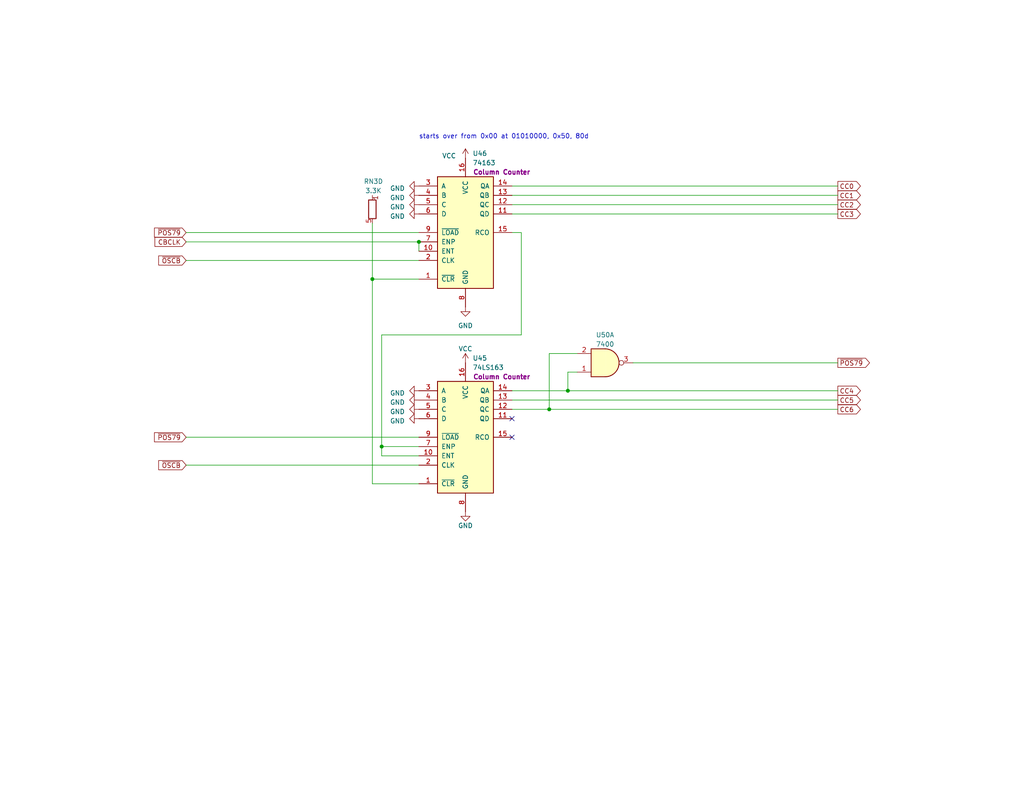
<source format=kicad_sch>
(kicad_sch (version 20230121) (generator eeschema)
  (paper "USLetter")
  (lib_symbols
    (symbol "74xx:74LS00" (pin_names (offset 1.016))
      (property "Reference" "U" (at 0 1.27 0))
      (property "Value" "74LS00" (at 0 -1.27 0))
      (symbol "74LS00_1_1"
        (arc (start 0 -3.81) (mid 3.7934 0) (end 0 3.81) (stroke (width 0.254)) (fill (type background)))
        (polyline (pts (xy 0 3.81) (xy -3.81 3.81) (xy -3.81 -3.81) (xy 0 -3.81)) (stroke (width 0.254)) (fill (type background)))
        (pin input line (at -7.62 2.54 0) (length 3.81) (name "~") (number "1"))
        (pin input line (at -7.62 -2.54 0) (length 3.81) (name "~") (number "2"))
        (pin output inverted (at 7.62 0 180) (length 3.81) (name "~") (number "3"))
      )
      (symbol "74LS00_1_2"
        (arc (start -3.81 -3.81) (mid -2.589 0) (end -3.81 3.81) (stroke (width 0.254)))
        (arc (start -0.6096 -3.81) (mid 2.1855 -2.584) (end 3.81 0) (stroke (width 0.254)) (fill (type background)))
        (polyline (pts (xy -3.81 -3.81) (xy -0.635 -3.81)) (stroke (width 0.254)) (fill (type background)))
        (polyline (pts (xy -3.81 3.81) (xy -0.635 3.81)) (stroke (width 0.254)) (fill (type background)))
        (polyline (pts (xy -0.635 3.81) (xy -3.81 3.81) (xy -3.81 3.81) (xy -3.556 3.4036) (xy -3.0226 2.2606) (xy -2.6924 1.0414) (xy -2.6162 -0.254) (xy -2.7686 -1.4986) (xy -3.175 -2.7178) (xy -3.81 -3.81) (xy -3.81 -3.81) (xy -0.635 -3.81)) (stroke (width -25.4)) (fill (type background)))
        (arc (start 3.81 0) (mid 2.1928 2.5925) (end -0.6096 3.81) (stroke (width 0.254)) (fill (type background)))
        (pin input inverted (at -7.62 2.54 0) (length 4.318) (name "~") (number "1"))
        (pin input inverted (at -7.62 -2.54 0) (length 4.318) (name "~") (number "2"))
        (pin output line (at 7.62 0 180) (length 3.81) (name "~") (number "3"))
      )
      (symbol "74LS00_2_1"
        (arc (start 0 -3.81) (mid 3.7934 0) (end 0 3.81) (stroke (width 0.254)) (fill (type background)))
        (polyline (pts (xy 0 3.81) (xy -3.81 3.81) (xy -3.81 -3.81) (xy 0 -3.81)) (stroke (width 0.254)) (fill (type background)))
        (pin input line (at -7.62 2.54 0) (length 3.81) (name "~") (number "4"))
        (pin input line (at -7.62 -2.54 0) (length 3.81) (name "~") (number "5"))
        (pin output inverted (at 7.62 0 180) (length 3.81) (name "~") (number "6"))
      )
      (symbol "74LS00_2_2"
        (arc (start -3.81 -3.81) (mid -2.589 0) (end -3.81 3.81) (stroke (width 0.254)))
        (arc (start -0.6096 -3.81) (mid 2.1855 -2.584) (end 3.81 0) (stroke (width 0.254)) (fill (type background)))
        (polyline (pts (xy -3.81 -3.81) (xy -0.635 -3.81)) (stroke (width 0.254)) (fill (type background)))
        (polyline (pts (xy -3.81 3.81) (xy -0.635 3.81)) (stroke (width 0.254)) (fill (type background)))
        (polyline (pts (xy -0.635 3.81) (xy -3.81 3.81) (xy -3.81 3.81) (xy -3.556 3.4036) (xy -3.0226 2.2606) (xy -2.6924 1.0414) (xy -2.6162 -0.254) (xy -2.7686 -1.4986) (xy -3.175 -2.7178) (xy -3.81 -3.81) (xy -3.81 -3.81) (xy -0.635 -3.81)) (stroke (width -25.4)) (fill (type background)))
        (arc (start 3.81 0) (mid 2.1928 2.5925) (end -0.6096 3.81) (stroke (width 0.254)) (fill (type background)))
        (pin input inverted (at -7.62 2.54 0) (length 4.318) (name "~") (number "4"))
        (pin input inverted (at -7.62 -2.54 0) (length 4.318) (name "~") (number "5"))
        (pin output line (at 7.62 0 180) (length 3.81) (name "~") (number "6"))
      )
      (symbol "74LS00_3_1"
        (arc (start 0 -3.81) (mid 3.7934 0) (end 0 3.81) (stroke (width 0.254)) (fill (type background)))
        (polyline (pts (xy 0 3.81) (xy -3.81 3.81) (xy -3.81 -3.81) (xy 0 -3.81)) (stroke (width 0.254)) (fill (type background)))
        (pin input line (at -7.62 -2.54 0) (length 3.81) (name "~") (number "10"))
        (pin output inverted (at 7.62 0 180) (length 3.81) (name "~") (number "8"))
        (pin input line (at -7.62 2.54 0) (length 3.81) (name "~") (number "9"))
      )
      (symbol "74LS00_3_2"
        (arc (start -3.81 -3.81) (mid -2.589 0) (end -3.81 3.81) (stroke (width 0.254)))
        (arc (start -0.6096 -3.81) (mid 2.1855 -2.584) (end 3.81 0) (stroke (width 0.254)) (fill (type background)))
        (polyline (pts (xy -3.81 -3.81) (xy -0.635 -3.81)) (stroke (width 0.254)) (fill (type background)))
        (polyline (pts (xy -3.81 3.81) (xy -0.635 3.81)) (stroke (width 0.254)) (fill (type background)))
        (polyline (pts (xy -0.635 3.81) (xy -3.81 3.81) (xy -3.81 3.81) (xy -3.556 3.4036) (xy -3.0226 2.2606) (xy -2.6924 1.0414) (xy -2.6162 -0.254) (xy -2.7686 -1.4986) (xy -3.175 -2.7178) (xy -3.81 -3.81) (xy -3.81 -3.81) (xy -0.635 -3.81)) (stroke (width -25.4)) (fill (type background)))
        (arc (start 3.81 0) (mid 2.1928 2.5925) (end -0.6096 3.81) (stroke (width 0.254)) (fill (type background)))
        (pin input inverted (at -7.62 -2.54 0) (length 4.318) (name "~") (number "10"))
        (pin output line (at 7.62 0 180) (length 3.81) (name "~") (number "8"))
        (pin input inverted (at -7.62 2.54 0) (length 4.318) (name "~") (number "9"))
      )
      (symbol "74LS00_4_1"
        (arc (start 0 -3.81) (mid 3.7934 0) (end 0 3.81) (stroke (width 0.254)) (fill (type background)))
        (polyline (pts (xy 0 3.81) (xy -3.81 3.81) (xy -3.81 -3.81) (xy 0 -3.81)) (stroke (width 0.254)) (fill (type background)))
        (pin output inverted (at 7.62 0 180) (length 3.81) (name "~") (number "11"))
        (pin input line (at -7.62 2.54 0) (length 3.81) (name "~") (number "12"))
        (pin input line (at -7.62 -2.54 0) (length 3.81) (name "~") (number "13"))
      )
      (symbol "74LS00_4_2"
        (arc (start -3.81 -3.81) (mid -2.589 0) (end -3.81 3.81) (stroke (width 0.254)))
        (arc (start -0.6096 -3.81) (mid 2.1855 -2.584) (end 3.81 0) (stroke (width 0.254)) (fill (type background)))
        (polyline (pts (xy -3.81 -3.81) (xy -0.635 -3.81)) (stroke (width 0.254)) (fill (type background)))
        (polyline (pts (xy -3.81 3.81) (xy -0.635 3.81)) (stroke (width 0.254)) (fill (type background)))
        (polyline (pts (xy -0.635 3.81) (xy -3.81 3.81) (xy -3.81 3.81) (xy -3.556 3.4036) (xy -3.0226 2.2606) (xy -2.6924 1.0414) (xy -2.6162 -0.254) (xy -2.7686 -1.4986) (xy -3.175 -2.7178) (xy -3.81 -3.81) (xy -3.81 -3.81) (xy -0.635 -3.81)) (stroke (width -25.4)) (fill (type background)))
        (arc (start 3.81 0) (mid 2.1928 2.5925) (end -0.6096 3.81) (stroke (width 0.254)) (fill (type background)))
        (pin output line (at 7.62 0 180) (length 3.81) (name "~") (number "11"))
        (pin input inverted (at -7.62 2.54 0) (length 4.318) (name "~") (number "12"))
        (pin input inverted (at -7.62 -2.54 0) (length 4.318) (name "~") (number "13"))
      )
      (symbol "74LS00_5_0"
        (pin power_in line (at 0 12.7 270) (length 5.08) (name "VCC") (number "14"))
        (pin power_in line (at 0 -12.7 90) (length 5.08) (name "GND") (number "7"))
      )
      (symbol "74LS00_5_1"
        (rectangle (start -5.08 7.62) (end 5.08 -7.62) (stroke (width 0.254)) (fill (type background)))
      )
    )
    (symbol "Device:R_Network09_Split" (pin_names (offset 0) hide)
      (property "Reference" "RN" (at 2.032 0 90))
      (property "Value" "R_Network09_Split" (at 0 0 90))
      (symbol "R_Network09_Split_0_1"
        (rectangle (start 1.016 2.54) (end -1.016 -2.54) (stroke (width 0.254)))
      )
      (symbol "R_Network09_Split_1_1"
        (pin passive line (at 0 3.81 270) (length 1.27) (name "R1.1") (number "1"))
        (pin passive line (at 0 -3.81 90) (length 1.27) (name "R1.2") (number "2"))
      )
      (symbol "R_Network09_Split_2_1"
        (polyline (pts (xy 0 2.54) (xy 0 3.81)))
        (text "1" (at 0.889 3.175 900) (effects (font (size 1.27 1.27))))
        (pin passive line (at 0 -3.81 90) (length 1.27) (name "R2.2") (number "3"))
      )
      (symbol "R_Network09_Split_3_1"
        (polyline (pts (xy 0 2.54) (xy 0 3.81)))
        (text "1" (at 0.889 3.175 900) (effects (font (size 1.27 1.27))))
        (pin passive line (at 0 -3.81 90) (length 1.27) (name "R3.2") (number "4"))
      )
      (symbol "R_Network09_Split_4_1"
        (polyline (pts (xy 0 2.54) (xy 0 3.81)))
        (text "1" (at 0.889 3.175 900) (effects (font (size 1.27 1.27))))
        (pin passive line (at 0 -3.81 90) (length 1.27) (name "R4.2") (number "5"))
      )
      (symbol "R_Network09_Split_5_1"
        (polyline (pts (xy 0 2.54) (xy 0 3.81)))
        (text "1" (at 0.889 3.175 900) (effects (font (size 1.27 1.27))))
        (pin passive line (at 0 -3.81 90) (length 1.27) (name "R5.2") (number "6"))
      )
      (symbol "R_Network09_Split_6_1"
        (polyline (pts (xy 0 2.54) (xy 0 3.81)))
        (text "1" (at 0.889 3.175 900) (effects (font (size 1.27 1.27))))
        (pin passive line (at 0 -3.81 90) (length 1.27) (name "R6.2") (number "7"))
      )
      (symbol "R_Network09_Split_7_1"
        (polyline (pts (xy 0 2.54) (xy 0 3.81)))
        (text "1" (at 0.889 3.175 900) (effects (font (size 1.27 1.27))))
        (pin passive line (at 0 -3.81 90) (length 1.27) (name "R7.2") (number "8"))
      )
      (symbol "R_Network09_Split_8_1"
        (polyline (pts (xy 0 2.54) (xy 0 3.81)))
        (text "1" (at 0.889 3.175 900) (effects (font (size 1.27 1.27))))
        (pin passive line (at 0 -3.81 90) (length 1.27) (name "R8.2") (number "9"))
      )
      (symbol "R_Network09_Split_9_1"
        (polyline (pts (xy 0 2.54) (xy 0 3.81)))
        (text "1" (at 0.889 3.175 900) (effects (font (size 1.27 1.27))))
        (pin passive line (at 0 -3.81 90) (length 1.27) (name "R9.2") (number "10"))
      )
    )
    (symbol "ambassador:74163" (pin_names (offset 1.016))
      (property "Reference" "U" (at -7.62 16.51 0))
      (property "Value" "74163" (at -7.62 -16.51 0))
      (symbol "74163_1_0"
        (pin input line (at -12.7 -12.7 0) (length 5.08) (name "~{CLR}") (number "1"))
        (pin input line (at -12.7 -5.08 0) (length 5.08) (name "ENT") (number "10"))
        (pin output line (at 12.7 5.08 180) (length 5.08) (name "QD") (number "11"))
        (pin output line (at 12.7 7.62 180) (length 5.08) (name "QC") (number "12"))
        (pin output line (at 12.7 10.16 180) (length 5.08) (name "QB") (number "13"))
        (pin output line (at 12.7 12.7 180) (length 5.08) (name "QA") (number "14"))
        (pin output line (at 12.7 0 180) (length 5.08) (name "RCO") (number "15"))
        (pin power_in line (at 0 20.32 270) (length 5.08) (name "VCC") (number "16"))
        (pin input line (at -12.7 -7.62 0) (length 5.08) (name "CLK") (number "2"))
        (pin input line (at -12.7 12.7 0) (length 5.08) (name "A") (number "3"))
        (pin input line (at -12.7 10.16 0) (length 5.08) (name "B") (number "4"))
        (pin input line (at -12.7 7.62 0) (length 5.08) (name "C") (number "5"))
        (pin input line (at -12.7 5.08 0) (length 5.08) (name "D") (number "6"))
        (pin input line (at -12.7 -2.54 0) (length 5.08) (name "ENP") (number "7"))
        (pin power_in line (at 0 -20.32 90) (length 5.08) (name "GND") (number "8"))
        (pin input line (at -12.7 0 0) (length 5.08) (name "~{LOAD}") (number "9"))
      )
      (symbol "74163_1_1"
        (rectangle (start -7.62 15.24) (end 7.62 -15.24) (stroke (width 0.254)) (fill (type background)))
      )
    )
    (symbol "power:GND" (power) (pin_names (offset 0))
      (property "Value" "GND" (at 0 -3.81 0))
      (symbol "GND_0_1"
        (polyline (pts (xy 0 0) (xy 0 -1.27) (xy 1.27 -1.27) (xy 0 -2.54) (xy -1.27 -1.27) (xy 0 -1.27)))
      )
      (symbol "GND_1_1"
        (pin power_in line (at 0 0 270) (length 0) hide (name "GND") (number "1"))
      )
    )
    (symbol "power:VCC" (power) (pin_names (offset 0))
      (property "Value" "VCC" (at 0 3.81 0))
      (symbol "VCC_0_1"
        (polyline (pts (xy -0.762 1.27) (xy 0 2.54)))
        (polyline (pts (xy 0 0) (xy 0 2.54)))
        (polyline (pts (xy 0 2.54) (xy 0.762 1.27)))
      )
      (symbol "VCC_1_1"
        (pin power_in line (at 0 0 90) (length 0) hide (name "VCC") (number "1"))
      )
    )
  )
  (junction (at 101.6 76.2))
  (junction (at 154.94 106.68))
  (junction (at 149.86 111.76))
  (junction (at 114.3 66.04))
  (junction (at 104.14 121.92))
  (no_connect (at 139.7 114.3))
  (no_connect (at 139.7 119.38))
  (wire (pts (xy 104.14 121.92) (xy 104.14 124.46)))
  (wire (pts (xy 101.6 76.2) (xy 114.3 76.2)))
  (wire (pts (xy 50.8 66.04) (xy 114.3 66.04)))
  (wire (pts (xy 228.6 50.8) (xy 139.7 50.8)))
  (wire (pts (xy 228.6 58.42) (xy 139.7 58.42)))
  (wire (pts (xy 114.3 132.08) (xy 101.6 132.08)))
  (wire (pts (xy 50.8 119.38) (xy 114.3 119.38)))
  (wire (pts (xy 228.6 106.68) (xy 154.94 106.68)))
  (wire (pts (xy 154.94 101.6) (xy 157.48 101.6)))
  (wire (pts (xy 142.24 91.44) (xy 104.14 91.44)))
  (wire (pts (xy 104.14 124.46) (xy 114.3 124.46)))
  (wire (pts (xy 101.6 132.08) (xy 101.6 76.2)))
  (wire (pts (xy 228.6 111.76) (xy 149.86 111.76)))
  (wire (pts (xy 114.3 66.04) (xy 114.3 68.58)))
  (wire (pts (xy 139.7 109.22) (xy 228.6 109.22)))
  (wire (pts (xy 172.72 99.06) (xy 228.6 99.06)))
  (wire (pts (xy 149.86 96.52) (xy 157.48 96.52)))
  (wire (pts (xy 50.8 127) (xy 114.3 127)))
  (wire (pts (xy 104.14 91.44) (xy 104.14 121.92)))
  (wire (pts (xy 101.6 60.96) (xy 101.6 76.2)))
  (wire (pts (xy 139.7 106.68) (xy 154.94 106.68)))
  (wire (pts (xy 149.86 96.52) (xy 149.86 111.76)))
  (wire (pts (xy 50.8 63.5) (xy 114.3 63.5)))
  (wire (pts (xy 228.6 53.34) (xy 139.7 53.34)))
  (wire (pts (xy 50.8 71.12) (xy 114.3 71.12)))
  (wire (pts (xy 139.7 111.76) (xy 149.86 111.76)))
  (wire (pts (xy 142.24 63.5) (xy 142.24 91.44)))
  (wire (pts (xy 154.94 101.6) (xy 154.94 106.68)))
  (wire (pts (xy 142.24 63.5) (xy 139.7 63.5)))
  (wire (pts (xy 104.14 121.92) (xy 114.3 121.92)))
  (wire (pts (xy 228.6 55.88) (xy 139.7 55.88)))
  (text "starts over from 0x00 at 01010000, 0x50, 80d" (at 114.3 38.1 0) (effects (font (size 1.27 1.27)) (justify left bottom)))
  (global_label "~{OSCB}" (shape input) (at 50.8 127 180) (property "Intersheetrefs" "${INTERSHEET_REFS}" (effects hide)))
  (global_label "CC5" (shape output) (at 228.6 109.22 0) (property "Intersheetrefs" "${INTERSHEET_REFS}" (effects hide)))
  (global_label "CC2" (shape output) (at 228.6 55.88 0) (property "Intersheetrefs" "${INTERSHEET_REFS}" (effects hide)))
  (global_label "~{POS79}" (shape output) (at 228.6 99.06 0) (property "Intersheetrefs" "${INTERSHEET_REFS}" (effects hide)))
  (global_label "CBCLK" (shape input) (at 50.8 66.04 180) (property "Intersheetrefs" "${INTERSHEET_REFS}" (effects hide)))
  (global_label "CC0" (shape output) (at 228.6 50.8 0) (property "Intersheetrefs" "${INTERSHEET_REFS}" (effects hide)))
  (global_label "~{POS79}" (shape input) (at 50.8 119.38 180) (property "Intersheetrefs" "${INTERSHEET_REFS}" (effects hide)))
  (global_label "~{POS79}" (shape input) (at 50.8 63.5 180) (property "Intersheetrefs" "${INTERSHEET_REFS}" (effects hide)))
  (global_label "CC4" (shape output) (at 228.6 106.68 0) (property "Intersheetrefs" "${INTERSHEET_REFS}" (effects hide)))
  (global_label "~{OSCB}" (shape input) (at 50.8 71.12 180) (property "Intersheetrefs" "${INTERSHEET_REFS}" (effects hide)))
  (global_label "CC6" (shape output) (at 228.6 111.76 0) (property "Intersheetrefs" "${INTERSHEET_REFS}" (effects hide)))
  (global_label "CC3" (shape output) (at 228.6 58.42 0) (property "Intersheetrefs" "${INTERSHEET_REFS}" (effects hide)))
  (global_label "CC1" (shape output) (at 228.6 53.34 0) (property "Intersheetrefs" "${INTERSHEET_REFS}" (effects hide)))
  (symbol (lib_id "power:GND") (at 114.3 55.88 270) (unit 1)
    (property "Reference" "#PWR0280" (effects hide))
    (property "Value" "GND" (at 110.49 56.515 90) (effects (justify right)))
    (instances (project "mainboard" (path "" (reference "#PWR0266") (unit 1))))
  )
  (symbol (lib_id "power:GND") (at 114.3 114.3 270) (unit 1)
    (property "Reference" "#PWR0283" (effects hide))
    (property "Value" "GND" (at 110.49 114.935 90) (effects (justify right)))
    (instances (project "mainboard" (path "" (reference "#PWR0263") (unit 1))))
  )
  (symbol (lib_id "power:GND") (at 114.3 109.22 270) (unit 1)
    (property "Reference" "#PWR0283" (effects hide))
    (property "Value" "GND" (at 110.49 109.855 90) (effects (justify right)))
    (instances (project "mainboard" (path "" (reference "#PWR0261") (unit 1))))
  )
  (symbol (lib_id "ambassador:74163") (at 127 63.5 0) (unit 1)
    (property "Reference" "U46" (at 128.9559 41.91 0) (effects (justify left)))
    (property "Value" "74163" (at 128.9559 44.45 0) (effects (justify left)))
    (property "Footprint" "Package_DIP:DIP-16_W7.62mm" (effects hide))
    (property "Datasheet" "https://www.ti.com/lit/ds/symlink/sn74s163.pdf" (effects hide))
    (property "Label" "Column Counter" (at 128.9559 46.99 0) (effects (font bold) (justify left)))
  )
  (symbol (lib_id "power:GND") (at 114.3 50.8 270) (unit 1)
    (property "Reference" "#PWR0280" (effects hide))
    (property "Value" "GND" (at 110.49 51.435 90) (effects (justify right)))
    (instances (project "mainboard" (path "" (reference "#PWR0239") (unit 1))))
  )
  (symbol (lib_id "power:GND") (at 127 83.82 0) (unit 1)
    (property "Reference" "#PWR0279" (effects hide))
    (property "Value" "GND" (at 127 88.9 0))
    (instances (project "mainboard" (path "" (reference "#PWR0243") (unit 1))))
  )
  (symbol (lib_id "power:VCC") (at 127 99.06 0) (unit 1)
    (property "Reference" "#PWR0278" (effects hide))
    (property "Value" "VCC" (at 127 95.25 0))
    (instances (project "mainboard" (path "" (reference "#PWR0245") (unit 1))))
  )
  (symbol (lib_id "74xx:74LS00") (at 165.1 99.06 0) (mirror x) (unit 1)
    (property "Reference" "U50" (at 165.0917 91.44 0))
    (property "Value" "7400" (at 165.0917 93.98 0))
    (property "Footprint" "Package_DIP:DIP-14_W7.62mm" (effects hide))
    (property "Datasheet" "http://www.ti.com/lit/gpn/sn74ls00" (effects hide))
  )
  (symbol (lib_id "power:GND") (at 114.3 106.68 270) (unit 1)
    (property "Reference" "#PWR0283" (effects hide))
    (property "Value" "GND" (at 110.49 107.315 90) (effects (justify right)))
    (instances (project "mainboard" (path "" (reference "#PWR0240") (unit 1))))
  )
  (symbol (lib_id "ambassador:74163") (at 127 119.38 0) (unit 1)
    (property "Reference" "U45" (at 128.9559 97.79 0) (effects (justify left)))
    (property "Value" "74LS163" (at 128.9559 100.33 0) (effects (justify left)))
    (property "Footprint" "Package_DIP:DIP-16_W7.62mm" (effects hide))
    (property "Datasheet" "https://www.ti.com/lit/ds/symlink/sn74s163.pdf" (effects hide))
    (property "Label" "Column Counter" (at 128.9559 102.87 0) (effects (font bold) (justify left)))
  )
  (symbol (lib_id "power:GND") (at 114.3 58.42 270) (unit 1)
    (property "Reference" "#PWR0280" (effects hide))
    (property "Value" "GND" (at 110.49 59.055 90) (effects (justify right)))
    (instances (project "mainboard" (path "" (reference "#PWR0267") (unit 1))))
  )
  (symbol (lib_id "Device:R_Network09_Split") (at 101.6 57.15 0) (unit 4)
    (property "Reference" "RN3" (at 101.8897 49.53 0))
    (property "Value" "3.3K" (at 101.8897 52.07 0))
    (property "Footprint" "Resistor_THT:R_Array_SIP10" (effects hide))
    (property "Datasheet" "http://www.vishay.com/docs/31509/csc.pdf" (effects hide))
  )
  (symbol (lib_id "power:GND") (at 114.3 53.34 270) (unit 1)
    (property "Reference" "#PWR0280" (effects hide))
    (property "Value" "GND" (at 110.49 53.975 90) (effects (justify right)))
    (instances (project "mainboard" (path "" (reference "#PWR0264") (unit 1))))
  )
  (symbol (lib_id "power:VCC") (at 127 43.18 0) (unit 1)
    (property "Reference" "#PWR0275" (effects hide))
    (property "Value" "VCC" (at 124.46 42.545 0) (effects (justify right)))
    (instances (project "mainboard" (path "" (reference "#PWR0241") (unit 1))))
  )
  (symbol (lib_id "power:GND") (at 127 139.7 0) (unit 1)
    (property "Reference" "#PWR0282" (effects hide))
    (property "Value" "GND" (at 127 143.51 0))
    (instances (project "mainboard" (path "" (reference "#PWR0248") (unit 1))))
  )
  (symbol (lib_id "power:GND") (at 114.3 111.76 270) (unit 1)
    (property "Reference" "#PWR0283" (effects hide))
    (property "Value" "GND" (at 110.49 112.395 90) (effects (justify right)))
    (instances (project "mainboard" (path "" (reference "#PWR0262") (unit 1))))
  )
)
</source>
